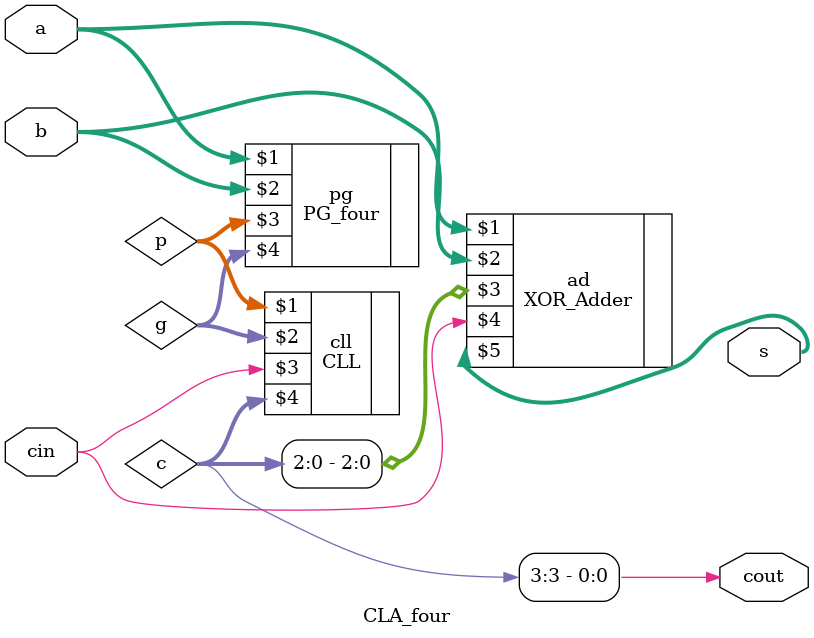
<source format=v>
module CLA_four(a, b, cin, s, cout);
	input [3:0] a, b;
	input cin;
	output [3:0] s;
	output cout;

	wire [3:0] s;
	wire cout;
	
	wire [3:0] p, g, c;

	PG_four pg(a, b, p, g);
	CLL cll(p, g, cin, c);
	XOR_Adder ad(a, b, c[2:0], cin, s);

	assign cout = c[3];

endmodule
</source>
